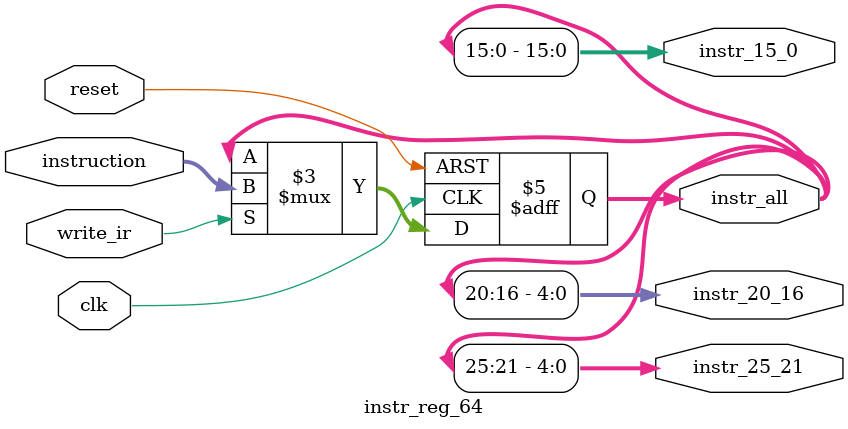
<source format=sv>
module instr_reg_64(
    // enable register data read
    input logic write_ir,

    // register num
    input logic [31:0] instruction,

    // instruction outputs
    output logic [31:0] instr_all,
    output logic [4:0]  instr_25_21,
    output logic [4:0]  instr_20_16,
    output logic [15:0] instr_15_0,

    // clock and reset
    input logic clk,
    input logic reset
);

assign instr_25_21 = instr_all[25:21];
assign instr_20_16 = instr_all[20:16];
assign instr_15_0  = instr_all[15:0];

always_ff @(posedge clk, posedge reset) begin
    if (reset) begin
        instr_all = 0;
    end
    else if (write_ir) begin
        instr_all = instruction;
    end
end
    
endmodule: instr_reg_64
</source>
